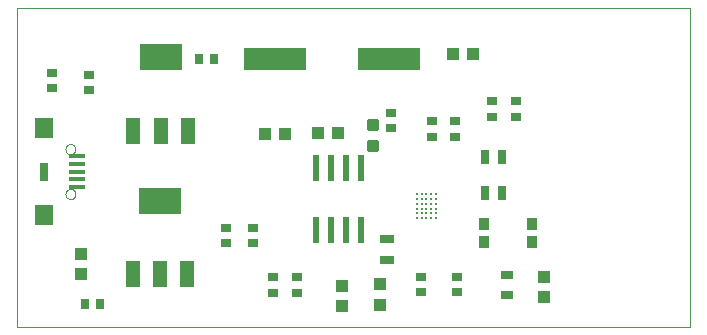
<source format=gtp>
G75*
G70*
%OFA0B0*%
%FSLAX24Y24*%
%IPPOS*%
%LPD*%
%AMOC8*
5,1,8,0,0,1.08239X$1,22.5*
%
%ADD10C,0.0000*%
%ADD11R,0.0480X0.0880*%
%ADD12R,0.1417X0.0866*%
%ADD13C,0.0087*%
%ADD14R,0.0236X0.0866*%
%ADD15R,0.0571X0.0157*%
%ADD16R,0.0591X0.0709*%
%ADD17R,0.0276X0.0591*%
%ADD18R,0.0433X0.0394*%
%ADD19R,0.0394X0.0433*%
%ADD20R,0.0472X0.0315*%
%ADD21R,0.0276X0.0354*%
%ADD22R,0.0354X0.0276*%
%ADD23R,0.2100X0.0760*%
%ADD24R,0.0394X0.0315*%
%ADD25R,0.0276X0.0472*%
%ADD26C,0.0118*%
%ADD27R,0.0354X0.0394*%
D10*
X001213Y000274D02*
X001213Y010904D01*
X023654Y010904D01*
X023654Y000274D01*
X001213Y000274D01*
X002834Y004707D02*
X002836Y004732D01*
X002842Y004757D01*
X002851Y004781D01*
X002864Y004803D01*
X002881Y004823D01*
X002900Y004840D01*
X002921Y004854D01*
X002945Y004864D01*
X002969Y004871D01*
X002995Y004874D01*
X003020Y004873D01*
X003045Y004868D01*
X003069Y004859D01*
X003092Y004847D01*
X003112Y004832D01*
X003130Y004813D01*
X003145Y004792D01*
X003156Y004769D01*
X003164Y004745D01*
X003168Y004720D01*
X003168Y004694D01*
X003164Y004669D01*
X003156Y004645D01*
X003145Y004622D01*
X003130Y004601D01*
X003112Y004582D01*
X003092Y004567D01*
X003069Y004555D01*
X003045Y004546D01*
X003020Y004541D01*
X002995Y004540D01*
X002969Y004543D01*
X002945Y004550D01*
X002921Y004560D01*
X002900Y004574D01*
X002881Y004591D01*
X002864Y004611D01*
X002851Y004633D01*
X002842Y004657D01*
X002836Y004682D01*
X002834Y004707D01*
X002834Y006203D02*
X002836Y006228D01*
X002842Y006253D01*
X002851Y006277D01*
X002864Y006299D01*
X002881Y006319D01*
X002900Y006336D01*
X002921Y006350D01*
X002945Y006360D01*
X002969Y006367D01*
X002995Y006370D01*
X003020Y006369D01*
X003045Y006364D01*
X003069Y006355D01*
X003092Y006343D01*
X003112Y006328D01*
X003130Y006309D01*
X003145Y006288D01*
X003156Y006265D01*
X003164Y006241D01*
X003168Y006216D01*
X003168Y006190D01*
X003164Y006165D01*
X003156Y006141D01*
X003145Y006118D01*
X003130Y006097D01*
X003112Y006078D01*
X003092Y006063D01*
X003069Y006051D01*
X003045Y006042D01*
X003020Y006037D01*
X002995Y006036D01*
X002969Y006039D01*
X002945Y006046D01*
X002921Y006056D01*
X002900Y006070D01*
X002881Y006087D01*
X002864Y006107D01*
X002851Y006129D01*
X002842Y006153D01*
X002836Y006178D01*
X002834Y006203D01*
D11*
X005099Y006818D03*
X006009Y006818D03*
X006919Y006818D03*
X006895Y002027D03*
X005985Y002027D03*
X005075Y002027D03*
D12*
X005985Y004467D03*
X006009Y009258D03*
D13*
X014548Y004695D03*
X014548Y004538D03*
X014706Y004538D03*
X014863Y004538D03*
X014863Y004695D03*
X015020Y004695D03*
X015020Y004538D03*
X015020Y004380D03*
X015020Y004223D03*
X014863Y004223D03*
X014863Y004380D03*
X014706Y004380D03*
X014706Y004223D03*
X014706Y004066D03*
X014863Y004066D03*
X015020Y004066D03*
X015178Y004066D03*
X015178Y004223D03*
X015178Y004380D03*
X015178Y004538D03*
X015178Y004695D03*
X014706Y004695D03*
X014548Y004380D03*
X014548Y004223D03*
X014548Y004066D03*
X014548Y003908D03*
X014706Y003908D03*
X014863Y003908D03*
X015020Y003908D03*
X015178Y003908D03*
D14*
X012692Y003514D03*
X012192Y003514D03*
X011692Y003514D03*
X011192Y003514D03*
X011192Y005562D03*
X011692Y005562D03*
X012192Y005562D03*
X012692Y005562D03*
D15*
X003207Y005455D03*
X003207Y005199D03*
X003207Y004943D03*
X003207Y005711D03*
X003207Y005967D03*
D16*
X002135Y006906D03*
X002135Y004005D03*
D17*
X002135Y005455D03*
D18*
X009493Y006723D03*
X010162Y006723D03*
X011245Y006731D03*
X011914Y006731D03*
X015757Y009361D03*
X016426Y009361D03*
D19*
X003359Y002707D03*
X003359Y002038D03*
X012064Y001629D03*
X012064Y000959D03*
X013320Y001022D03*
X013320Y001692D03*
X018784Y001943D03*
X018784Y001274D03*
D20*
X013536Y002506D03*
X013536Y003215D03*
D21*
X004001Y001030D03*
X003489Y001030D03*
X007284Y009198D03*
X007796Y009198D03*
D22*
X003603Y008688D03*
X003603Y008176D03*
X002371Y008235D03*
X002371Y008747D03*
X008186Y003581D03*
X008186Y003069D03*
X009072Y003069D03*
X009072Y003581D03*
X009741Y001928D03*
X010548Y001928D03*
X010548Y001416D03*
X009741Y001416D03*
X014701Y001429D03*
X014701Y001940D03*
X015892Y001948D03*
X015892Y001437D03*
X015816Y006613D03*
X015048Y006613D03*
X015048Y007125D03*
X015816Y007125D03*
X017036Y007282D03*
X017036Y007794D03*
X017843Y007794D03*
X017843Y007282D03*
X013679Y007413D03*
X013679Y006902D03*
D23*
X013614Y009206D03*
X009814Y009206D03*
D24*
X017536Y002001D03*
X017536Y001331D03*
D25*
X017375Y004754D03*
X016824Y004754D03*
X016824Y005936D03*
X017375Y005936D03*
D26*
X013218Y006173D02*
X012942Y006173D01*
X012942Y006449D01*
X013218Y006449D01*
X013218Y006173D01*
X013218Y006290D02*
X012942Y006290D01*
X012942Y006407D02*
X013218Y006407D01*
X013218Y006863D02*
X012942Y006863D01*
X012942Y007139D01*
X013218Y007139D01*
X013218Y006863D01*
X013218Y006980D02*
X012942Y006980D01*
X012942Y007097D02*
X013218Y007097D01*
D27*
X016780Y003723D03*
X016780Y003093D03*
X018394Y003093D03*
X018394Y003723D03*
M02*

</source>
